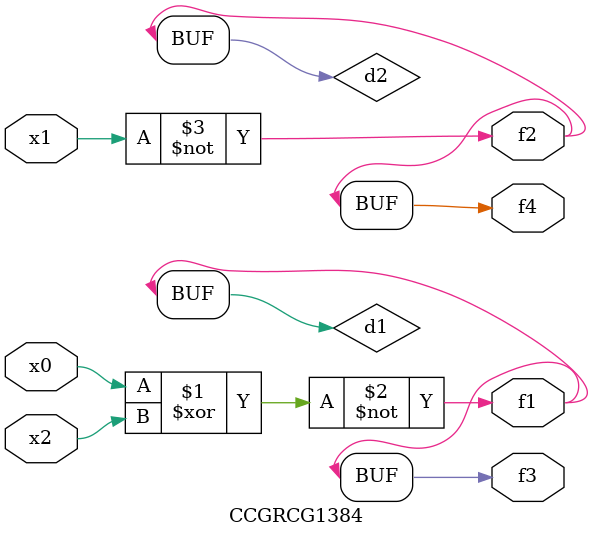
<source format=v>
module CCGRCG1384(
	input x0, x1, x2,
	output f1, f2, f3, f4
);

	wire d1, d2, d3;

	xnor (d1, x0, x2);
	nand (d2, x1);
	nor (d3, x1, x2);
	assign f1 = d1;
	assign f2 = d2;
	assign f3 = d1;
	assign f4 = d2;
endmodule

</source>
